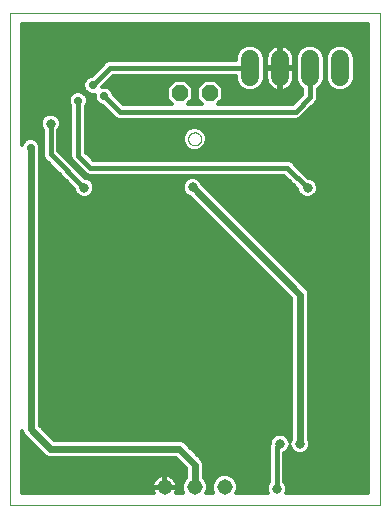
<source format=gbl>
G75*
%MOIN*%
%OFA0B0*%
%FSLAX25Y25*%
%IPPOS*%
%LPD*%
%AMOC8*
5,1,8,0,0,1.08239X$1,22.5*
%
%ADD10C,0.00394*%
%ADD11C,0.00000*%
%ADD12OC8,0.05200*%
%ADD13C,0.05150*%
%ADD14C,0.06000*%
%ADD15C,0.02775*%
%ADD16C,0.01600*%
%ADD17C,0.01200*%
%ADD18C,0.03169*%
%ADD19C,0.02400*%
D10*
X0004091Y0003012D02*
X0127319Y0003012D01*
X0127319Y0167185D01*
X0004091Y0167185D01*
X0004091Y0003012D01*
D11*
X0063540Y0125059D02*
X0063542Y0125152D01*
X0063548Y0125244D01*
X0063558Y0125336D01*
X0063572Y0125427D01*
X0063589Y0125518D01*
X0063611Y0125608D01*
X0063636Y0125697D01*
X0063665Y0125785D01*
X0063698Y0125871D01*
X0063735Y0125956D01*
X0063775Y0126040D01*
X0063819Y0126121D01*
X0063866Y0126201D01*
X0063916Y0126279D01*
X0063970Y0126354D01*
X0064027Y0126427D01*
X0064087Y0126497D01*
X0064150Y0126565D01*
X0064216Y0126630D01*
X0064284Y0126692D01*
X0064355Y0126752D01*
X0064429Y0126808D01*
X0064505Y0126861D01*
X0064583Y0126910D01*
X0064663Y0126957D01*
X0064745Y0126999D01*
X0064829Y0127039D01*
X0064914Y0127074D01*
X0065001Y0127106D01*
X0065089Y0127135D01*
X0065178Y0127159D01*
X0065268Y0127180D01*
X0065359Y0127196D01*
X0065451Y0127209D01*
X0065543Y0127218D01*
X0065636Y0127223D01*
X0065728Y0127224D01*
X0065821Y0127221D01*
X0065913Y0127214D01*
X0066005Y0127203D01*
X0066096Y0127188D01*
X0066187Y0127170D01*
X0066277Y0127147D01*
X0066365Y0127121D01*
X0066453Y0127091D01*
X0066539Y0127057D01*
X0066623Y0127020D01*
X0066706Y0126978D01*
X0066787Y0126934D01*
X0066867Y0126886D01*
X0066944Y0126835D01*
X0067018Y0126780D01*
X0067091Y0126722D01*
X0067161Y0126662D01*
X0067228Y0126598D01*
X0067292Y0126532D01*
X0067354Y0126462D01*
X0067412Y0126391D01*
X0067467Y0126317D01*
X0067519Y0126240D01*
X0067568Y0126161D01*
X0067614Y0126081D01*
X0067656Y0125998D01*
X0067694Y0125914D01*
X0067729Y0125828D01*
X0067760Y0125741D01*
X0067787Y0125653D01*
X0067810Y0125563D01*
X0067830Y0125473D01*
X0067846Y0125382D01*
X0067858Y0125290D01*
X0067866Y0125198D01*
X0067870Y0125105D01*
X0067870Y0125013D01*
X0067866Y0124920D01*
X0067858Y0124828D01*
X0067846Y0124736D01*
X0067830Y0124645D01*
X0067810Y0124555D01*
X0067787Y0124465D01*
X0067760Y0124377D01*
X0067729Y0124290D01*
X0067694Y0124204D01*
X0067656Y0124120D01*
X0067614Y0124037D01*
X0067568Y0123957D01*
X0067519Y0123878D01*
X0067467Y0123801D01*
X0067412Y0123727D01*
X0067354Y0123656D01*
X0067292Y0123586D01*
X0067228Y0123520D01*
X0067161Y0123456D01*
X0067091Y0123396D01*
X0067018Y0123338D01*
X0066944Y0123283D01*
X0066867Y0123232D01*
X0066788Y0123184D01*
X0066706Y0123140D01*
X0066623Y0123098D01*
X0066539Y0123061D01*
X0066453Y0123027D01*
X0066365Y0122997D01*
X0066277Y0122971D01*
X0066187Y0122948D01*
X0066096Y0122930D01*
X0066005Y0122915D01*
X0065913Y0122904D01*
X0065821Y0122897D01*
X0065728Y0122894D01*
X0065636Y0122895D01*
X0065543Y0122900D01*
X0065451Y0122909D01*
X0065359Y0122922D01*
X0065268Y0122938D01*
X0065178Y0122959D01*
X0065089Y0122983D01*
X0065001Y0123012D01*
X0064914Y0123044D01*
X0064829Y0123079D01*
X0064745Y0123119D01*
X0064663Y0123161D01*
X0064583Y0123208D01*
X0064505Y0123257D01*
X0064429Y0123310D01*
X0064355Y0123366D01*
X0064284Y0123426D01*
X0064216Y0123488D01*
X0064150Y0123553D01*
X0064087Y0123621D01*
X0064027Y0123691D01*
X0063970Y0123764D01*
X0063916Y0123839D01*
X0063866Y0123917D01*
X0063819Y0123997D01*
X0063775Y0124078D01*
X0063735Y0124162D01*
X0063698Y0124247D01*
X0063665Y0124333D01*
X0063636Y0124421D01*
X0063611Y0124510D01*
X0063589Y0124600D01*
X0063572Y0124691D01*
X0063558Y0124782D01*
X0063548Y0124874D01*
X0063542Y0124966D01*
X0063540Y0125059D01*
D12*
X0060705Y0140217D03*
X0070705Y0140217D03*
D13*
X0075705Y0008937D03*
X0065705Y0008937D03*
X0055705Y0008937D03*
D14*
X0084209Y0145681D02*
X0084209Y0151681D01*
X0094209Y0151681D02*
X0094209Y0145681D01*
X0104209Y0145681D02*
X0104209Y0151681D01*
X0114209Y0151681D02*
X0114209Y0145681D01*
D15*
X0035606Y0139232D03*
X0031787Y0142933D03*
X0026827Y0137795D03*
X0011000Y0122047D03*
D16*
X0017693Y0119921D02*
X0017693Y0130157D01*
X0017693Y0119921D02*
X0028894Y0108720D01*
X0030921Y0115433D02*
X0096591Y0115433D01*
X0103303Y0108720D01*
X0099425Y0134094D02*
X0040744Y0134094D01*
X0035606Y0139232D01*
X0031787Y0142933D02*
X0037535Y0148681D01*
X0084209Y0148681D01*
X0099425Y0134094D02*
X0104209Y0138878D01*
X0104209Y0148681D01*
X0067004Y0082480D02*
X0066984Y0082461D01*
X0030921Y0115433D02*
X0026827Y0119528D01*
X0026827Y0137795D01*
X0094091Y0023386D02*
X0093008Y0022303D01*
X0093008Y0008406D01*
D17*
X0096047Y0006949D02*
X0096373Y0007736D01*
X0096373Y0009075D01*
X0095861Y0010312D01*
X0095589Y0010584D01*
X0095589Y0020364D01*
X0095997Y0020533D01*
X0096944Y0021480D01*
X0097437Y0022671D01*
X0097930Y0021480D01*
X0098877Y0020533D01*
X0100114Y0020020D01*
X0101453Y0020020D01*
X0102690Y0020533D01*
X0103636Y0021480D01*
X0104149Y0022716D01*
X0104149Y0024055D01*
X0103765Y0024983D01*
X0103765Y0073782D01*
X0103311Y0074878D01*
X0102472Y0075716D01*
X0068273Y0109916D01*
X0067888Y0110843D01*
X0066942Y0111790D01*
X0065705Y0112302D01*
X0064366Y0112302D01*
X0063129Y0111790D01*
X0062182Y0110843D01*
X0061670Y0109606D01*
X0061670Y0108268D01*
X0062182Y0107031D01*
X0063129Y0106084D01*
X0064057Y0105700D01*
X0097802Y0071954D01*
X0097802Y0024983D01*
X0097437Y0024101D01*
X0096944Y0025292D01*
X0095997Y0026239D01*
X0094760Y0026751D01*
X0093421Y0026751D01*
X0092184Y0026239D01*
X0091238Y0025292D01*
X0090725Y0024055D01*
X0090725Y0023537D01*
X0090427Y0022817D01*
X0090427Y0010584D01*
X0090155Y0010312D01*
X0089643Y0009075D01*
X0089643Y0007736D01*
X0089969Y0006949D01*
X0079596Y0006949D01*
X0080061Y0008071D01*
X0080061Y0009803D01*
X0079397Y0011404D01*
X0078172Y0012630D01*
X0076571Y0013293D01*
X0074838Y0013293D01*
X0073237Y0012630D01*
X0072012Y0011404D01*
X0071349Y0009803D01*
X0071349Y0008071D01*
X0071813Y0006949D01*
X0069596Y0006949D01*
X0070061Y0008071D01*
X0070061Y0009803D01*
X0069397Y0011404D01*
X0068686Y0012116D01*
X0068686Y0017050D01*
X0068232Y0018145D01*
X0067393Y0018984D01*
X0062059Y0024319D01*
X0060963Y0024772D01*
X0018810Y0024772D01*
X0013981Y0029601D01*
X0013981Y0120965D01*
X0014168Y0121417D01*
X0014168Y0122677D01*
X0013686Y0123842D01*
X0012795Y0124733D01*
X0011630Y0125216D01*
X0010370Y0125216D01*
X0009205Y0124733D01*
X0008314Y0123842D01*
X0008028Y0123151D01*
X0008028Y0163248D01*
X0123382Y0163248D01*
X0123382Y0006949D01*
X0096047Y0006949D01*
X0096373Y0007806D02*
X0123382Y0007806D01*
X0123382Y0009004D02*
X0096373Y0009004D01*
X0095906Y0010203D02*
X0123382Y0010203D01*
X0123382Y0011401D02*
X0095589Y0011401D01*
X0095589Y0012600D02*
X0123382Y0012600D01*
X0123382Y0013798D02*
X0095589Y0013798D01*
X0095589Y0014997D02*
X0123382Y0014997D01*
X0123382Y0016195D02*
X0095589Y0016195D01*
X0095589Y0017394D02*
X0123382Y0017394D01*
X0123382Y0018592D02*
X0095589Y0018592D01*
X0095589Y0019791D02*
X0123382Y0019791D01*
X0123382Y0020989D02*
X0103146Y0020989D01*
X0103930Y0022188D02*
X0123382Y0022188D01*
X0123382Y0023387D02*
X0104149Y0023387D01*
X0103929Y0024585D02*
X0123382Y0024585D01*
X0123382Y0025784D02*
X0103765Y0025784D01*
X0103765Y0026982D02*
X0123382Y0026982D01*
X0123382Y0028181D02*
X0103765Y0028181D01*
X0103765Y0029379D02*
X0123382Y0029379D01*
X0123382Y0030578D02*
X0103765Y0030578D01*
X0103765Y0031776D02*
X0123382Y0031776D01*
X0123382Y0032975D02*
X0103765Y0032975D01*
X0103765Y0034173D02*
X0123382Y0034173D01*
X0123382Y0035372D02*
X0103765Y0035372D01*
X0103765Y0036570D02*
X0123382Y0036570D01*
X0123382Y0037769D02*
X0103765Y0037769D01*
X0103765Y0038967D02*
X0123382Y0038967D01*
X0123382Y0040166D02*
X0103765Y0040166D01*
X0103765Y0041364D02*
X0123382Y0041364D01*
X0123382Y0042563D02*
X0103765Y0042563D01*
X0103765Y0043761D02*
X0123382Y0043761D01*
X0123382Y0044960D02*
X0103765Y0044960D01*
X0103765Y0046158D02*
X0123382Y0046158D01*
X0123382Y0047357D02*
X0103765Y0047357D01*
X0103765Y0048555D02*
X0123382Y0048555D01*
X0123382Y0049754D02*
X0103765Y0049754D01*
X0103765Y0050952D02*
X0123382Y0050952D01*
X0123382Y0052151D02*
X0103765Y0052151D01*
X0103765Y0053349D02*
X0123382Y0053349D01*
X0123382Y0054548D02*
X0103765Y0054548D01*
X0103765Y0055746D02*
X0123382Y0055746D01*
X0123382Y0056945D02*
X0103765Y0056945D01*
X0103765Y0058143D02*
X0123382Y0058143D01*
X0123382Y0059342D02*
X0103765Y0059342D01*
X0103765Y0060540D02*
X0123382Y0060540D01*
X0123382Y0061739D02*
X0103765Y0061739D01*
X0103765Y0062937D02*
X0123382Y0062937D01*
X0123382Y0064136D02*
X0103765Y0064136D01*
X0103765Y0065334D02*
X0123382Y0065334D01*
X0123382Y0066533D02*
X0103765Y0066533D01*
X0103765Y0067731D02*
X0123382Y0067731D01*
X0123382Y0068930D02*
X0103765Y0068930D01*
X0103765Y0070128D02*
X0123382Y0070128D01*
X0123382Y0071327D02*
X0103765Y0071327D01*
X0103765Y0072525D02*
X0123382Y0072525D01*
X0123382Y0073724D02*
X0103765Y0073724D01*
X0103266Y0074922D02*
X0123382Y0074922D01*
X0123382Y0076121D02*
X0102067Y0076121D01*
X0100869Y0077320D02*
X0123382Y0077320D01*
X0123382Y0078518D02*
X0099670Y0078518D01*
X0098472Y0079717D02*
X0123382Y0079717D01*
X0123382Y0080915D02*
X0097273Y0080915D01*
X0096075Y0082114D02*
X0123382Y0082114D01*
X0123382Y0083312D02*
X0094876Y0083312D01*
X0093678Y0084511D02*
X0123382Y0084511D01*
X0123382Y0085709D02*
X0092479Y0085709D01*
X0091281Y0086908D02*
X0123382Y0086908D01*
X0123382Y0088106D02*
X0090082Y0088106D01*
X0088884Y0089305D02*
X0123382Y0089305D01*
X0123382Y0090503D02*
X0087685Y0090503D01*
X0086487Y0091702D02*
X0123382Y0091702D01*
X0123382Y0092900D02*
X0085288Y0092900D01*
X0084090Y0094099D02*
X0123382Y0094099D01*
X0123382Y0095297D02*
X0082891Y0095297D01*
X0081693Y0096496D02*
X0123382Y0096496D01*
X0123382Y0097694D02*
X0080494Y0097694D01*
X0079296Y0098893D02*
X0123382Y0098893D01*
X0123382Y0100091D02*
X0078097Y0100091D01*
X0076899Y0101290D02*
X0123382Y0101290D01*
X0123382Y0102488D02*
X0075700Y0102488D01*
X0074502Y0103687D02*
X0123382Y0103687D01*
X0123382Y0104885D02*
X0073303Y0104885D01*
X0072105Y0106084D02*
X0101180Y0106084D01*
X0101397Y0105867D02*
X0100450Y0106814D01*
X0099938Y0108051D01*
X0099938Y0108436D01*
X0095521Y0112852D01*
X0030408Y0112852D01*
X0029459Y0113245D01*
X0028733Y0113971D01*
X0024639Y0118065D01*
X0024246Y0119014D01*
X0024246Y0135895D01*
X0024141Y0136000D01*
X0023658Y0137165D01*
X0023658Y0138426D01*
X0024141Y0139590D01*
X0025032Y0140481D01*
X0026197Y0140964D01*
X0027457Y0140964D01*
X0028622Y0140481D01*
X0029513Y0139590D01*
X0029995Y0138426D01*
X0029995Y0137165D01*
X0029513Y0136000D01*
X0029408Y0135895D01*
X0029408Y0120597D01*
X0031990Y0118014D01*
X0097104Y0118014D01*
X0098053Y0117621D01*
X0103588Y0112086D01*
X0103973Y0112086D01*
X0105209Y0111573D01*
X0106156Y0110627D01*
X0106668Y0109390D01*
X0106668Y0108051D01*
X0106156Y0106814D01*
X0105209Y0105867D01*
X0103973Y0105355D01*
X0102634Y0105355D01*
X0101397Y0105867D01*
X0100256Y0107282D02*
X0070906Y0107282D01*
X0069708Y0108481D02*
X0099893Y0108481D01*
X0098694Y0109679D02*
X0068509Y0109679D01*
X0067854Y0110878D02*
X0097496Y0110878D01*
X0096297Y0112076D02*
X0066250Y0112076D01*
X0063820Y0112076D02*
X0029586Y0112076D01*
X0029563Y0112086D02*
X0029179Y0112086D01*
X0020274Y0120990D01*
X0020274Y0127979D01*
X0020546Y0128251D01*
X0021058Y0129488D01*
X0021058Y0130827D01*
X0020546Y0132064D01*
X0019599Y0133010D01*
X0018362Y0133523D01*
X0017023Y0133523D01*
X0015787Y0133010D01*
X0014840Y0132064D01*
X0014328Y0130827D01*
X0014328Y0129488D01*
X0014840Y0128251D01*
X0015112Y0127979D01*
X0015112Y0119408D01*
X0015505Y0118459D01*
X0016231Y0117733D01*
X0025528Y0108436D01*
X0025528Y0108051D01*
X0026041Y0106814D01*
X0026987Y0105867D01*
X0028224Y0105355D01*
X0029563Y0105355D01*
X0030800Y0105867D01*
X0031747Y0106814D01*
X0032259Y0108051D01*
X0032259Y0109390D01*
X0031747Y0110627D01*
X0030800Y0111573D01*
X0029563Y0112086D01*
X0029429Y0113275D02*
X0027990Y0113275D01*
X0028231Y0114473D02*
X0026791Y0114473D01*
X0027032Y0115672D02*
X0025593Y0115672D01*
X0025834Y0116870D02*
X0024394Y0116870D01*
X0024637Y0118069D02*
X0023195Y0118069D01*
X0024246Y0119267D02*
X0021997Y0119267D01*
X0020798Y0120466D02*
X0024246Y0120466D01*
X0024246Y0121664D02*
X0020274Y0121664D01*
X0020274Y0122863D02*
X0024246Y0122863D01*
X0024246Y0124061D02*
X0020274Y0124061D01*
X0020274Y0125260D02*
X0024246Y0125260D01*
X0024246Y0126458D02*
X0020274Y0126458D01*
X0020274Y0127657D02*
X0024246Y0127657D01*
X0024246Y0128855D02*
X0020796Y0128855D01*
X0021058Y0130054D02*
X0024246Y0130054D01*
X0024246Y0131253D02*
X0020882Y0131253D01*
X0020159Y0132451D02*
X0024246Y0132451D01*
X0024246Y0133650D02*
X0008028Y0133650D01*
X0008028Y0134848D02*
X0024246Y0134848D01*
X0024122Y0136047D02*
X0008028Y0136047D01*
X0008028Y0137245D02*
X0023658Y0137245D01*
X0023666Y0138444D02*
X0008028Y0138444D01*
X0008028Y0139642D02*
X0024193Y0139642D01*
X0025899Y0140841D02*
X0008028Y0140841D01*
X0008028Y0142039D02*
X0028728Y0142039D01*
X0028619Y0142303D02*
X0029101Y0141138D01*
X0029993Y0140247D01*
X0031157Y0139765D01*
X0032418Y0139765D01*
X0032438Y0139773D01*
X0032438Y0138602D01*
X0032920Y0137437D01*
X0033811Y0136546D01*
X0034976Y0136064D01*
X0035125Y0136064D01*
X0039282Y0131906D01*
X0040231Y0131513D01*
X0099939Y0131513D01*
X0100887Y0131906D01*
X0101613Y0132632D01*
X0101613Y0132632D01*
X0105671Y0136690D01*
X0106397Y0137416D01*
X0106790Y0138365D01*
X0106790Y0141575D01*
X0106917Y0141628D01*
X0108262Y0142973D01*
X0108990Y0144730D01*
X0108990Y0152632D01*
X0108262Y0154389D01*
X0106917Y0155734D01*
X0105160Y0156462D01*
X0103258Y0156462D01*
X0101500Y0155734D01*
X0100155Y0154389D01*
X0099428Y0152632D01*
X0099428Y0144730D01*
X0100155Y0142973D01*
X0101500Y0141628D01*
X0101628Y0141575D01*
X0101628Y0139947D01*
X0098356Y0136676D01*
X0073360Y0136676D01*
X0075086Y0138402D01*
X0075086Y0142031D01*
X0072519Y0144598D01*
X0068890Y0144598D01*
X0066324Y0142031D01*
X0066324Y0138402D01*
X0068050Y0136676D01*
X0063360Y0136676D01*
X0065086Y0138402D01*
X0065086Y0142031D01*
X0062519Y0144598D01*
X0058890Y0144598D01*
X0056324Y0142031D01*
X0056324Y0138402D01*
X0058050Y0136676D01*
X0041813Y0136676D01*
X0038775Y0139714D01*
X0038775Y0139863D01*
X0038292Y0141027D01*
X0037401Y0141918D01*
X0036237Y0142401D01*
X0034976Y0142401D01*
X0034956Y0142392D01*
X0034956Y0142451D01*
X0038605Y0146100D01*
X0079428Y0146100D01*
X0079428Y0144730D01*
X0080155Y0142973D01*
X0081500Y0141628D01*
X0083258Y0140900D01*
X0085160Y0140900D01*
X0086917Y0141628D01*
X0088262Y0142973D01*
X0088990Y0144730D01*
X0088990Y0152632D01*
X0088262Y0154389D01*
X0086917Y0155734D01*
X0085160Y0156462D01*
X0083258Y0156462D01*
X0081500Y0155734D01*
X0080155Y0154389D01*
X0079428Y0152632D01*
X0079428Y0151262D01*
X0037022Y0151262D01*
X0036073Y0150869D01*
X0031306Y0146102D01*
X0031157Y0146102D01*
X0029993Y0145619D01*
X0029101Y0144728D01*
X0028619Y0143563D01*
X0028619Y0142303D01*
X0028619Y0143238D02*
X0008028Y0143238D01*
X0008028Y0144436D02*
X0028980Y0144436D01*
X0030030Y0145635D02*
X0008028Y0145635D01*
X0008028Y0146833D02*
X0032037Y0146833D01*
X0033236Y0148032D02*
X0008028Y0148032D01*
X0008028Y0149230D02*
X0034434Y0149230D01*
X0035633Y0150429D02*
X0008028Y0150429D01*
X0008028Y0151627D02*
X0079428Y0151627D01*
X0079508Y0152826D02*
X0008028Y0152826D01*
X0008028Y0154024D02*
X0080004Y0154024D01*
X0080989Y0155223D02*
X0008028Y0155223D01*
X0008028Y0156421D02*
X0083159Y0156421D01*
X0085259Y0156421D02*
X0103159Y0156421D01*
X0105259Y0156421D02*
X0113159Y0156421D01*
X0113258Y0156462D02*
X0111500Y0155734D01*
X0110155Y0154389D01*
X0109428Y0152632D01*
X0109428Y0144730D01*
X0110155Y0142973D01*
X0111500Y0141628D01*
X0113258Y0140900D01*
X0115160Y0140900D01*
X0116917Y0141628D01*
X0118262Y0142973D01*
X0118990Y0144730D01*
X0118990Y0152632D01*
X0118262Y0154389D01*
X0116917Y0155734D01*
X0115160Y0156462D01*
X0113258Y0156462D01*
X0115259Y0156421D02*
X0123382Y0156421D01*
X0123382Y0155223D02*
X0117428Y0155223D01*
X0118413Y0154024D02*
X0123382Y0154024D01*
X0123382Y0152826D02*
X0118910Y0152826D01*
X0118990Y0151627D02*
X0123382Y0151627D01*
X0123382Y0150429D02*
X0118990Y0150429D01*
X0118990Y0149230D02*
X0123382Y0149230D01*
X0123382Y0148032D02*
X0118990Y0148032D01*
X0118990Y0146833D02*
X0123382Y0146833D01*
X0123382Y0145635D02*
X0118990Y0145635D01*
X0118868Y0144436D02*
X0123382Y0144436D01*
X0123382Y0143238D02*
X0118372Y0143238D01*
X0117328Y0142039D02*
X0123382Y0142039D01*
X0123382Y0140841D02*
X0106790Y0140841D01*
X0106790Y0139642D02*
X0123382Y0139642D01*
X0123382Y0138444D02*
X0106790Y0138444D01*
X0106226Y0137245D02*
X0123382Y0137245D01*
X0123382Y0136047D02*
X0105027Y0136047D01*
X0105671Y0136690D02*
X0105671Y0136690D01*
X0103829Y0134848D02*
X0123382Y0134848D01*
X0123382Y0133650D02*
X0102630Y0133650D01*
X0101432Y0132451D02*
X0123382Y0132451D01*
X0123382Y0131253D02*
X0029408Y0131253D01*
X0029408Y0132451D02*
X0038737Y0132451D01*
X0037539Y0133650D02*
X0029408Y0133650D01*
X0029408Y0134848D02*
X0036340Y0134848D01*
X0035142Y0136047D02*
X0029532Y0136047D01*
X0029995Y0137245D02*
X0033113Y0137245D01*
X0032503Y0138444D02*
X0029988Y0138444D01*
X0029461Y0139642D02*
X0032438Y0139642D01*
X0029399Y0140841D02*
X0027754Y0140841D01*
X0035742Y0143238D02*
X0057530Y0143238D01*
X0058729Y0144436D02*
X0036941Y0144436D01*
X0038139Y0145635D02*
X0079428Y0145635D01*
X0079549Y0144436D02*
X0072681Y0144436D01*
X0073879Y0143238D02*
X0080046Y0143238D01*
X0081089Y0142039D02*
X0075078Y0142039D01*
X0075086Y0140841D02*
X0101628Y0140841D01*
X0101323Y0139642D02*
X0075086Y0139642D01*
X0075086Y0138444D02*
X0100124Y0138444D01*
X0098926Y0137245D02*
X0073929Y0137245D01*
X0068729Y0144436D02*
X0062681Y0144436D01*
X0063879Y0143238D02*
X0067530Y0143238D01*
X0066332Y0142039D02*
X0065078Y0142039D01*
X0065086Y0140841D02*
X0066324Y0140841D01*
X0066324Y0139642D02*
X0065086Y0139642D01*
X0065086Y0138444D02*
X0066324Y0138444D01*
X0067480Y0137245D02*
X0063929Y0137245D01*
X0057480Y0137245D02*
X0041244Y0137245D01*
X0040045Y0138444D02*
X0056324Y0138444D01*
X0056324Y0139642D02*
X0038847Y0139642D01*
X0038370Y0140841D02*
X0056324Y0140841D01*
X0056332Y0142039D02*
X0037110Y0142039D01*
X0029408Y0130054D02*
X0123382Y0130054D01*
X0123382Y0128855D02*
X0066852Y0128855D01*
X0066490Y0129005D02*
X0067940Y0128405D01*
X0069050Y0127295D01*
X0069651Y0125844D01*
X0069651Y0124274D01*
X0069050Y0122824D01*
X0067940Y0121713D01*
X0066490Y0121113D01*
X0064920Y0121113D01*
X0063469Y0121713D01*
X0062359Y0122824D01*
X0061758Y0124274D01*
X0061758Y0125844D01*
X0062359Y0127295D01*
X0063469Y0128405D01*
X0064920Y0129005D01*
X0066490Y0129005D01*
X0064558Y0128855D02*
X0029408Y0128855D01*
X0029408Y0127657D02*
X0062722Y0127657D01*
X0062013Y0126458D02*
X0029408Y0126458D01*
X0029408Y0125260D02*
X0061758Y0125260D01*
X0061846Y0124061D02*
X0029408Y0124061D01*
X0029408Y0122863D02*
X0062343Y0122863D01*
X0063587Y0121664D02*
X0029408Y0121664D01*
X0029539Y0120466D02*
X0123382Y0120466D01*
X0123382Y0121664D02*
X0067822Y0121664D01*
X0069067Y0122863D02*
X0123382Y0122863D01*
X0123382Y0124061D02*
X0069563Y0124061D01*
X0069651Y0125260D02*
X0123382Y0125260D01*
X0123382Y0126458D02*
X0069397Y0126458D01*
X0068688Y0127657D02*
X0123382Y0127657D01*
X0123382Y0119267D02*
X0030737Y0119267D01*
X0031936Y0118069D02*
X0123382Y0118069D01*
X0123382Y0116870D02*
X0098803Y0116870D01*
X0100002Y0115672D02*
X0123382Y0115672D01*
X0123382Y0114473D02*
X0101200Y0114473D01*
X0102399Y0113275D02*
X0123382Y0113275D01*
X0123382Y0112076D02*
X0103995Y0112076D01*
X0105905Y0110878D02*
X0123382Y0110878D01*
X0123382Y0109679D02*
X0106549Y0109679D01*
X0106668Y0108481D02*
X0123382Y0108481D01*
X0123382Y0107282D02*
X0106350Y0107282D01*
X0105426Y0106084D02*
X0123382Y0106084D01*
X0111089Y0142039D02*
X0107328Y0142039D01*
X0108372Y0143238D02*
X0110046Y0143238D01*
X0109549Y0144436D02*
X0108868Y0144436D01*
X0108990Y0145635D02*
X0109428Y0145635D01*
X0109428Y0146833D02*
X0108990Y0146833D01*
X0108990Y0148032D02*
X0109428Y0148032D01*
X0109428Y0149230D02*
X0108990Y0149230D01*
X0108990Y0150429D02*
X0109428Y0150429D01*
X0109428Y0151627D02*
X0108990Y0151627D01*
X0108910Y0152826D02*
X0109508Y0152826D01*
X0110004Y0154024D02*
X0108413Y0154024D01*
X0107428Y0155223D02*
X0110989Y0155223D01*
X0100989Y0155223D02*
X0097160Y0155223D01*
X0097205Y0155190D02*
X0096620Y0155615D01*
X0095974Y0155944D01*
X0095286Y0156168D01*
X0094609Y0156275D01*
X0094609Y0149081D01*
X0098809Y0149081D01*
X0098809Y0152043D01*
X0098695Y0152758D01*
X0098472Y0153447D01*
X0098143Y0154092D01*
X0097717Y0154678D01*
X0097205Y0155190D01*
X0098177Y0154024D02*
X0100004Y0154024D01*
X0099508Y0152826D02*
X0098673Y0152826D01*
X0098809Y0151627D02*
X0099428Y0151627D01*
X0099428Y0150429D02*
X0098809Y0150429D01*
X0098809Y0149230D02*
X0099428Y0149230D01*
X0098809Y0148281D02*
X0094609Y0148281D01*
X0094609Y0149081D01*
X0093809Y0149081D01*
X0093809Y0156275D01*
X0093131Y0156168D01*
X0092443Y0155944D01*
X0091798Y0155615D01*
X0091212Y0155190D01*
X0090700Y0154678D01*
X0090274Y0154092D01*
X0089946Y0153447D01*
X0089722Y0152758D01*
X0089609Y0152043D01*
X0089609Y0149081D01*
X0093809Y0149081D01*
X0093809Y0148281D01*
X0094609Y0148281D01*
X0094609Y0141087D01*
X0095286Y0141194D01*
X0095974Y0141418D01*
X0096620Y0141747D01*
X0097205Y0142172D01*
X0097717Y0142684D01*
X0098143Y0143270D01*
X0098472Y0143915D01*
X0098695Y0144604D01*
X0098809Y0145319D01*
X0098809Y0148281D01*
X0098809Y0148032D02*
X0099428Y0148032D01*
X0099428Y0146833D02*
X0098809Y0146833D01*
X0098809Y0145635D02*
X0099428Y0145635D01*
X0099549Y0144436D02*
X0098641Y0144436D01*
X0098119Y0143238D02*
X0100046Y0143238D01*
X0101089Y0142039D02*
X0097022Y0142039D01*
X0094609Y0142039D02*
X0093809Y0142039D01*
X0093809Y0141087D02*
X0093809Y0148281D01*
X0089609Y0148281D01*
X0089609Y0145319D01*
X0089722Y0144604D01*
X0089946Y0143915D01*
X0090274Y0143270D01*
X0090700Y0142684D01*
X0091212Y0142172D01*
X0091798Y0141747D01*
X0092443Y0141418D01*
X0093131Y0141194D01*
X0093809Y0141087D01*
X0091395Y0142039D02*
X0087328Y0142039D01*
X0088372Y0143238D02*
X0090298Y0143238D01*
X0089776Y0144436D02*
X0088868Y0144436D01*
X0088990Y0145635D02*
X0089609Y0145635D01*
X0089609Y0146833D02*
X0088990Y0146833D01*
X0088990Y0148032D02*
X0089609Y0148032D01*
X0089609Y0149230D02*
X0088990Y0149230D01*
X0088990Y0150429D02*
X0089609Y0150429D01*
X0089609Y0151627D02*
X0088990Y0151627D01*
X0088910Y0152826D02*
X0089744Y0152826D01*
X0090240Y0154024D02*
X0088413Y0154024D01*
X0087428Y0155223D02*
X0091257Y0155223D01*
X0093809Y0155223D02*
X0094609Y0155223D01*
X0094609Y0154024D02*
X0093809Y0154024D01*
X0093809Y0152826D02*
X0094609Y0152826D01*
X0094609Y0151627D02*
X0093809Y0151627D01*
X0093809Y0150429D02*
X0094609Y0150429D01*
X0094609Y0149230D02*
X0093809Y0149230D01*
X0093809Y0148032D02*
X0094609Y0148032D01*
X0094609Y0146833D02*
X0093809Y0146833D01*
X0093809Y0145635D02*
X0094609Y0145635D01*
X0094609Y0144436D02*
X0093809Y0144436D01*
X0093809Y0143238D02*
X0094609Y0143238D01*
X0123382Y0157620D02*
X0008028Y0157620D01*
X0008028Y0158818D02*
X0123382Y0158818D01*
X0123382Y0160017D02*
X0008028Y0160017D01*
X0008028Y0161215D02*
X0123382Y0161215D01*
X0123382Y0162414D02*
X0008028Y0162414D01*
X0008028Y0132451D02*
X0015227Y0132451D01*
X0014504Y0131253D02*
X0008028Y0131253D01*
X0008028Y0130054D02*
X0014328Y0130054D01*
X0014590Y0128855D02*
X0008028Y0128855D01*
X0008028Y0127657D02*
X0015112Y0127657D01*
X0015112Y0126458D02*
X0008028Y0126458D01*
X0008028Y0125260D02*
X0015112Y0125260D01*
X0015112Y0124061D02*
X0013467Y0124061D01*
X0014092Y0122863D02*
X0015112Y0122863D01*
X0015112Y0121664D02*
X0014168Y0121664D01*
X0013981Y0120466D02*
X0015112Y0120466D01*
X0015170Y0119267D02*
X0013981Y0119267D01*
X0013981Y0118069D02*
X0015895Y0118069D01*
X0017094Y0116870D02*
X0013981Y0116870D01*
X0013981Y0115672D02*
X0018292Y0115672D01*
X0019491Y0114473D02*
X0013981Y0114473D01*
X0013981Y0113275D02*
X0020689Y0113275D01*
X0021888Y0112076D02*
X0013981Y0112076D01*
X0013981Y0110878D02*
X0023086Y0110878D01*
X0024285Y0109679D02*
X0013981Y0109679D01*
X0013981Y0108481D02*
X0025483Y0108481D01*
X0025847Y0107282D02*
X0013981Y0107282D01*
X0013981Y0106084D02*
X0026771Y0106084D01*
X0031016Y0106084D02*
X0063130Y0106084D01*
X0062078Y0107282D02*
X0031941Y0107282D01*
X0032259Y0108481D02*
X0061670Y0108481D01*
X0061700Y0109679D02*
X0032139Y0109679D01*
X0031496Y0110878D02*
X0062217Y0110878D01*
X0064871Y0104885D02*
X0013981Y0104885D01*
X0013981Y0103687D02*
X0066070Y0103687D01*
X0067268Y0102488D02*
X0013981Y0102488D01*
X0013981Y0101290D02*
X0068467Y0101290D01*
X0069665Y0100091D02*
X0013981Y0100091D01*
X0013981Y0098893D02*
X0070864Y0098893D01*
X0072062Y0097694D02*
X0013981Y0097694D01*
X0013981Y0096496D02*
X0073261Y0096496D01*
X0074459Y0095297D02*
X0013981Y0095297D01*
X0013981Y0094099D02*
X0075658Y0094099D01*
X0076856Y0092900D02*
X0013981Y0092900D01*
X0013981Y0091702D02*
X0078055Y0091702D01*
X0079253Y0090503D02*
X0013981Y0090503D01*
X0013981Y0089305D02*
X0080452Y0089305D01*
X0081650Y0088106D02*
X0013981Y0088106D01*
X0013981Y0086908D02*
X0082849Y0086908D01*
X0084047Y0085709D02*
X0013981Y0085709D01*
X0013981Y0084511D02*
X0085246Y0084511D01*
X0086444Y0083312D02*
X0013981Y0083312D01*
X0013981Y0082114D02*
X0087643Y0082114D01*
X0088841Y0080915D02*
X0013981Y0080915D01*
X0013981Y0079717D02*
X0090040Y0079717D01*
X0091238Y0078518D02*
X0013981Y0078518D01*
X0013981Y0077320D02*
X0092437Y0077320D01*
X0093636Y0076121D02*
X0013981Y0076121D01*
X0013981Y0074922D02*
X0094834Y0074922D01*
X0096033Y0073724D02*
X0013981Y0073724D01*
X0013981Y0072525D02*
X0097231Y0072525D01*
X0097802Y0071327D02*
X0013981Y0071327D01*
X0013981Y0070128D02*
X0097802Y0070128D01*
X0097802Y0068930D02*
X0013981Y0068930D01*
X0013981Y0067731D02*
X0097802Y0067731D01*
X0097802Y0066533D02*
X0013981Y0066533D01*
X0013981Y0065334D02*
X0097802Y0065334D01*
X0097802Y0064136D02*
X0013981Y0064136D01*
X0013981Y0062937D02*
X0097802Y0062937D01*
X0097802Y0061739D02*
X0013981Y0061739D01*
X0013981Y0060540D02*
X0097802Y0060540D01*
X0097802Y0059342D02*
X0013981Y0059342D01*
X0013981Y0058143D02*
X0097802Y0058143D01*
X0097802Y0056945D02*
X0013981Y0056945D01*
X0013981Y0055746D02*
X0097802Y0055746D01*
X0097802Y0054548D02*
X0013981Y0054548D01*
X0013981Y0053349D02*
X0097802Y0053349D01*
X0097802Y0052151D02*
X0013981Y0052151D01*
X0013981Y0050952D02*
X0097802Y0050952D01*
X0097802Y0049754D02*
X0013981Y0049754D01*
X0013981Y0048555D02*
X0097802Y0048555D01*
X0097802Y0047357D02*
X0013981Y0047357D01*
X0013981Y0046158D02*
X0097802Y0046158D01*
X0097802Y0044960D02*
X0013981Y0044960D01*
X0013981Y0043761D02*
X0097802Y0043761D01*
X0097802Y0042563D02*
X0013981Y0042563D01*
X0013981Y0041364D02*
X0097802Y0041364D01*
X0097802Y0040166D02*
X0013981Y0040166D01*
X0013981Y0038967D02*
X0097802Y0038967D01*
X0097802Y0037769D02*
X0013981Y0037769D01*
X0013981Y0036570D02*
X0097802Y0036570D01*
X0097802Y0035372D02*
X0013981Y0035372D01*
X0013981Y0034173D02*
X0097802Y0034173D01*
X0097802Y0032975D02*
X0013981Y0032975D01*
X0013981Y0031776D02*
X0097802Y0031776D01*
X0097802Y0030578D02*
X0013981Y0030578D01*
X0014203Y0029379D02*
X0097802Y0029379D01*
X0097802Y0028181D02*
X0015402Y0028181D01*
X0016600Y0026982D02*
X0097802Y0026982D01*
X0097802Y0025784D02*
X0096452Y0025784D01*
X0097236Y0024585D02*
X0097638Y0024585D01*
X0097637Y0022188D02*
X0097237Y0022188D01*
X0096454Y0020989D02*
X0098420Y0020989D01*
X0091729Y0025784D02*
X0017799Y0025784D01*
X0014161Y0020989D02*
X0008028Y0020989D01*
X0008028Y0019791D02*
X0015359Y0019791D01*
X0015048Y0020103D02*
X0015886Y0019264D01*
X0016982Y0018810D01*
X0059135Y0018810D01*
X0062724Y0015222D01*
X0062724Y0012116D01*
X0062012Y0011404D01*
X0061349Y0009803D01*
X0061349Y0008071D01*
X0061813Y0006949D01*
X0059377Y0006949D01*
X0059574Y0007334D01*
X0059777Y0007959D01*
X0059880Y0008608D01*
X0059880Y0008750D01*
X0055892Y0008750D01*
X0055892Y0009124D01*
X0059880Y0009124D01*
X0059880Y0009266D01*
X0059777Y0009915D01*
X0059574Y0010540D01*
X0059275Y0011125D01*
X0058889Y0011657D01*
X0058424Y0012121D01*
X0057893Y0012508D01*
X0057307Y0012806D01*
X0056682Y0013009D01*
X0056033Y0013112D01*
X0055892Y0013112D01*
X0055892Y0009124D01*
X0055517Y0009124D01*
X0055517Y0008750D01*
X0051530Y0008750D01*
X0051530Y0008608D01*
X0051633Y0007959D01*
X0051836Y0007334D01*
X0052032Y0006949D01*
X0008028Y0006949D01*
X0008028Y0027752D01*
X0008473Y0026677D01*
X0015048Y0020103D01*
X0012962Y0022188D02*
X0008028Y0022188D01*
X0008028Y0023387D02*
X0011764Y0023387D01*
X0010565Y0024585D02*
X0008028Y0024585D01*
X0008028Y0025784D02*
X0009367Y0025784D01*
X0008347Y0026982D02*
X0008028Y0026982D01*
X0008028Y0018592D02*
X0059353Y0018592D01*
X0060552Y0017394D02*
X0008028Y0017394D01*
X0008028Y0016195D02*
X0061750Y0016195D01*
X0062724Y0014997D02*
X0008028Y0014997D01*
X0008028Y0013798D02*
X0062724Y0013798D01*
X0062724Y0012600D02*
X0057712Y0012600D01*
X0059075Y0011401D02*
X0062011Y0011401D01*
X0061514Y0010203D02*
X0059683Y0010203D01*
X0061349Y0009004D02*
X0055892Y0009004D01*
X0055517Y0009004D02*
X0008028Y0009004D01*
X0008028Y0007806D02*
X0051683Y0007806D01*
X0051530Y0009124D02*
X0055517Y0009124D01*
X0055517Y0013112D01*
X0055376Y0013112D01*
X0054727Y0013009D01*
X0054102Y0012806D01*
X0053517Y0012508D01*
X0052985Y0012121D01*
X0052520Y0011657D01*
X0052134Y0011125D01*
X0051836Y0010540D01*
X0051633Y0009915D01*
X0051530Y0009266D01*
X0051530Y0009124D01*
X0051726Y0010203D02*
X0008028Y0010203D01*
X0008028Y0011401D02*
X0052335Y0011401D01*
X0053698Y0012600D02*
X0008028Y0012600D01*
X0055517Y0012600D02*
X0055892Y0012600D01*
X0055892Y0011401D02*
X0055517Y0011401D01*
X0055517Y0010203D02*
X0055892Y0010203D01*
X0059727Y0007806D02*
X0061458Y0007806D01*
X0068686Y0012600D02*
X0073207Y0012600D01*
X0072011Y0011401D02*
X0069399Y0011401D01*
X0069895Y0010203D02*
X0071514Y0010203D01*
X0071349Y0009004D02*
X0070061Y0009004D01*
X0069951Y0007806D02*
X0071458Y0007806D01*
X0068686Y0013798D02*
X0090427Y0013798D01*
X0090427Y0012600D02*
X0078202Y0012600D01*
X0079399Y0011401D02*
X0090427Y0011401D01*
X0090110Y0010203D02*
X0079895Y0010203D01*
X0080061Y0009004D02*
X0089643Y0009004D01*
X0089643Y0007806D02*
X0079951Y0007806D01*
X0090427Y0014997D02*
X0068686Y0014997D01*
X0068686Y0016195D02*
X0090427Y0016195D01*
X0090427Y0017394D02*
X0068543Y0017394D01*
X0067785Y0018592D02*
X0090427Y0018592D01*
X0090427Y0019791D02*
X0066586Y0019791D01*
X0065388Y0020989D02*
X0090427Y0020989D01*
X0090427Y0022188D02*
X0064189Y0022188D01*
X0062991Y0023387D02*
X0090663Y0023387D01*
X0090945Y0024585D02*
X0061416Y0024585D01*
X0008533Y0124061D02*
X0008028Y0124061D01*
D18*
X0017693Y0130157D03*
X0028894Y0108720D03*
X0050154Y0108622D03*
X0065035Y0108937D03*
X0082004Y0108602D03*
X0091846Y0126496D03*
X0103303Y0108720D03*
X0099878Y0087165D03*
X0065705Y0062087D03*
X0094091Y0023386D03*
X0100783Y0023386D03*
X0104465Y0008957D03*
X0115606Y0009882D03*
X0093008Y0008406D03*
X0032516Y0154350D03*
X0063382Y0161083D03*
D19*
X0065035Y0108937D02*
X0100783Y0073189D01*
X0100783Y0023386D01*
X0065705Y0016457D02*
X0065705Y0008937D01*
X0065705Y0016457D02*
X0060370Y0021791D01*
X0017575Y0021791D01*
X0011000Y0028366D01*
X0011000Y0122047D01*
M02*

</source>
